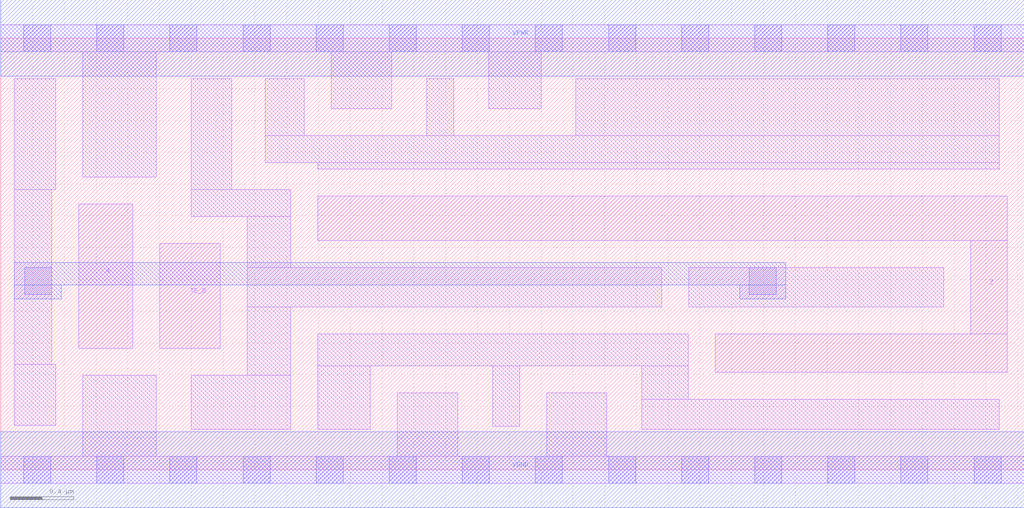
<source format=lef>
# Copyright 2020 The SkyWater PDK Authors
#
# Licensed under the Apache License, Version 2.0 (the "License");
# you may not use this file except in compliance with the License.
# You may obtain a copy of the License at
#
#     https://www.apache.org/licenses/LICENSE-2.0
#
# Unless required by applicable law or agreed to in writing, software
# distributed under the License is distributed on an "AS IS" BASIS,
# WITHOUT WARRANTIES OR CONDITIONS OF ANY KIND, either express or implied.
# See the License for the specific language governing permissions and
# limitations under the License.
#
# SPDX-License-Identifier: Apache-2.0

VERSION 5.7 ;
  NAMESCASESENSITIVE ON ;
  NOWIREEXTENSIONATPIN ON ;
  DIVIDERCHAR "/" ;
  BUSBITCHARS "[]" ;
UNITS
  DATABASE MICRONS 200 ;
END UNITS
PROPERTYDEFINITIONS
  MACRO maskLayoutSubType STRING ;
  MACRO prCellType STRING ;
  MACRO originalViewName STRING ;
END PROPERTYDEFINITIONS
MACRO sky130_fd_sc_hdll__ebufn_4
  CLASS CORE ;
  FOREIGN sky130_fd_sc_hdll__ebufn_4 ;
  ORIGIN  0.000000  0.000000 ;
  SIZE  6.440000 BY  2.720000 ;
  SYMMETRY X Y R90 ;
  SITE unithd ;
  PIN A
    ANTENNAGATEAREA  0.277500 ;
    DIRECTION INPUT ;
    USE SIGNAL ;
    PORT
      LAYER li1 ;
        RECT 0.490000 0.765000 0.830000 1.675000 ;
    END
  END A
  PIN TE_B
    ANTENNAGATEAREA  0.954300 ;
    DIRECTION INPUT ;
    USE SIGNAL ;
    PORT
      LAYER li1 ;
        RECT 1.000000 0.765000 1.380000 1.425000 ;
    END
  END TE_B
  PIN Z
    ANTENNADIFFAREA  1.028500 ;
    DIRECTION OUTPUT ;
    USE SIGNAL ;
    PORT
      LAYER li1 ;
        RECT 1.995000 1.445000 6.335000 1.725000 ;
        RECT 4.495000 0.615000 6.335000 0.855000 ;
        RECT 6.105000 0.855000 6.335000 1.445000 ;
    END
  END Z
  PIN VGND
    DIRECTION INOUT ;
    USE GROUND ;
    PORT
      LAYER met1 ;
        RECT 0.000000 -0.240000 6.440000 0.240000 ;
    END
  END VGND
  PIN VPWR
    DIRECTION INOUT ;
    USE POWER ;
    PORT
      LAYER met1 ;
        RECT 0.000000 2.480000 6.440000 2.960000 ;
    END
  END VPWR
  OBS
    LAYER li1 ;
      RECT 0.000000 -0.085000 6.440000 0.085000 ;
      RECT 0.000000  2.635000 6.440000 2.805000 ;
      RECT 0.085000  0.280000 0.345000 0.665000 ;
      RECT 0.085000  0.665000 0.320000 1.765000 ;
      RECT 0.085000  1.765000 0.345000 2.465000 ;
      RECT 0.515000  0.085000 0.980000 0.595000 ;
      RECT 0.515000  1.845000 0.980000 2.635000 ;
      RECT 1.200000  0.255000 1.825000 0.595000 ;
      RECT 1.200000  1.595000 1.825000 1.765000 ;
      RECT 1.200000  1.765000 1.455000 2.465000 ;
      RECT 1.550000  0.595000 1.825000 1.025000 ;
      RECT 1.550000  1.025000 4.160000 1.275000 ;
      RECT 1.550000  1.275000 1.825000 1.595000 ;
      RECT 1.665000  1.935000 6.285000 2.105000 ;
      RECT 1.665000  2.105000 1.910000 2.465000 ;
      RECT 1.995000  0.255000 2.325000 0.655000 ;
      RECT 1.995000  0.655000 4.325000 0.855000 ;
      RECT 1.995000  1.895000 6.285000 1.935000 ;
      RECT 2.080000  2.275000 2.460000 2.635000 ;
      RECT 2.495000  0.085000 2.875000 0.485000 ;
      RECT 2.680000  2.105000 2.850000 2.465000 ;
      RECT 3.070000  2.275000 3.400000 2.635000 ;
      RECT 3.095000  0.275000 3.265000 0.655000 ;
      RECT 3.435000  0.085000 3.815000 0.485000 ;
      RECT 3.620000  2.105000 6.285000 2.465000 ;
      RECT 4.035000  0.255000 6.285000 0.445000 ;
      RECT 4.035000  0.445000 4.325000 0.655000 ;
      RECT 4.330000  1.025000 5.935000 1.275000 ;
    LAYER mcon ;
      RECT 0.145000 -0.085000 0.315000 0.085000 ;
      RECT 0.145000  2.635000 0.315000 2.805000 ;
      RECT 0.150000  1.105000 0.320000 1.275000 ;
      RECT 0.605000 -0.085000 0.775000 0.085000 ;
      RECT 0.605000  2.635000 0.775000 2.805000 ;
      RECT 1.065000 -0.085000 1.235000 0.085000 ;
      RECT 1.065000  2.635000 1.235000 2.805000 ;
      RECT 1.525000 -0.085000 1.695000 0.085000 ;
      RECT 1.525000  2.635000 1.695000 2.805000 ;
      RECT 1.985000 -0.085000 2.155000 0.085000 ;
      RECT 1.985000  2.635000 2.155000 2.805000 ;
      RECT 2.445000 -0.085000 2.615000 0.085000 ;
      RECT 2.445000  2.635000 2.615000 2.805000 ;
      RECT 2.905000 -0.085000 3.075000 0.085000 ;
      RECT 2.905000  2.635000 3.075000 2.805000 ;
      RECT 3.365000 -0.085000 3.535000 0.085000 ;
      RECT 3.365000  2.635000 3.535000 2.805000 ;
      RECT 3.825000 -0.085000 3.995000 0.085000 ;
      RECT 3.825000  2.635000 3.995000 2.805000 ;
      RECT 4.285000 -0.085000 4.455000 0.085000 ;
      RECT 4.285000  2.635000 4.455000 2.805000 ;
      RECT 4.710000  1.105000 4.880000 1.275000 ;
      RECT 4.745000 -0.085000 4.915000 0.085000 ;
      RECT 4.745000  2.635000 4.915000 2.805000 ;
      RECT 5.205000 -0.085000 5.375000 0.085000 ;
      RECT 5.205000  2.635000 5.375000 2.805000 ;
      RECT 5.665000 -0.085000 5.835000 0.085000 ;
      RECT 5.665000  2.635000 5.835000 2.805000 ;
      RECT 6.125000 -0.085000 6.295000 0.085000 ;
      RECT 6.125000  2.635000 6.295000 2.805000 ;
    LAYER met1 ;
      RECT 0.085000 1.075000 0.380000 1.165000 ;
      RECT 0.085000 1.165000 4.940000 1.305000 ;
      RECT 4.650000 1.075000 4.940000 1.165000 ;
  END
  PROPERTY maskLayoutSubType "abstract" ;
  PROPERTY prCellType "standard" ;
  PROPERTY originalViewName "layout" ;
END sky130_fd_sc_hdll__ebufn_4

</source>
